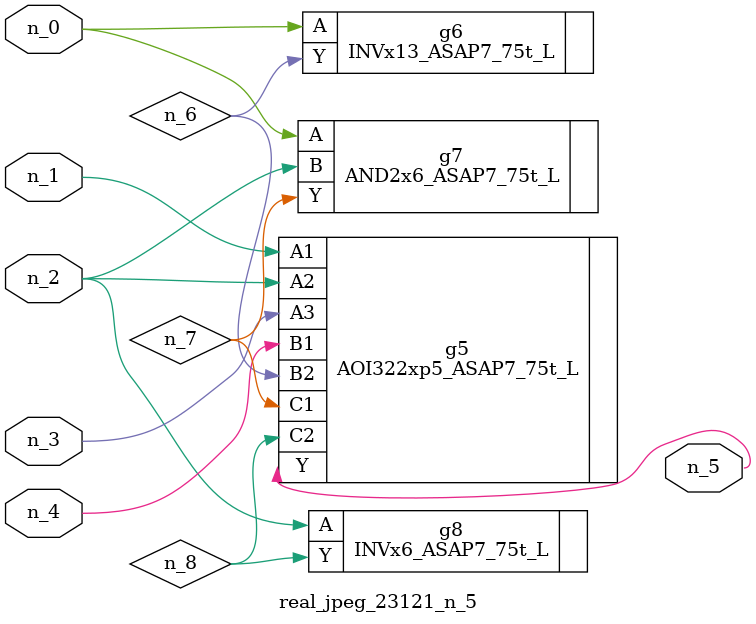
<source format=v>
module real_jpeg_23121_n_5 (n_4, n_0, n_1, n_2, n_3, n_5);

input n_4;
input n_0;
input n_1;
input n_2;
input n_3;

output n_5;

wire n_8;
wire n_6;
wire n_7;

INVx13_ASAP7_75t_L g6 ( 
.A(n_0),
.Y(n_6)
);

AND2x6_ASAP7_75t_L g7 ( 
.A(n_0),
.B(n_2),
.Y(n_7)
);

AOI322xp5_ASAP7_75t_L g5 ( 
.A1(n_1),
.A2(n_2),
.A3(n_3),
.B1(n_4),
.B2(n_6),
.C1(n_7),
.C2(n_8),
.Y(n_5)
);

INVx6_ASAP7_75t_L g8 ( 
.A(n_2),
.Y(n_8)
);


endmodule
</source>
